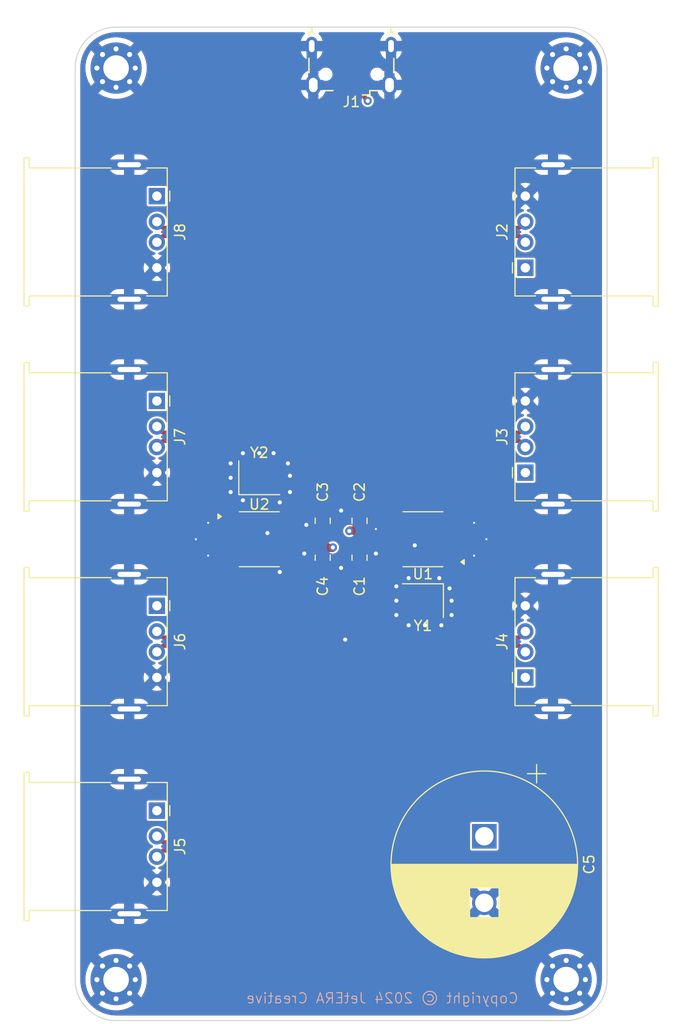
<source format=kicad_pcb>
(kicad_pcb (version 20240108) (generator "pcbnew") (generator_version "8.0")
  (layers (0 "F.Cu" signal) (1 "In1.Cu" signal) (2 "In2.Cu" signal) (31 "B.Cu" signal) (34 "B.Paste" user) (35 "F.Paste" user) (36 "B.SilkS" user "B.Silkscreen") (37 "F.SilkS" user "F.Silkscreen") (38 "B.Mask" user) (39 "F.Mask" user) (44 "Edge.Cuts" user))
  (net 0 "")
  (net 1 "GND")
  (net 2 "+5V")
  (net 3 "Net-(U2-3V3)")
  (net 4 "DU+")
  (net 5 "DU-")
  (net 6 "D4+")
  (net 7 "D4-")
  (net 8 "D5+")
  (net 9 "D5-")
  (net 10 "D6+")
  (net 11 "D6-")
  (net 12 "D7+")
  (net 13 "D7-")
  (net 14 "DU2+")
  (net 15 "DU2-")
  (net 16 "Net-(U2-XO)")
  (net 17 "Net-(U2-XI)")
  (net 19 "Net-(U1-3V3)")
  (net 20 "D1+")
  (net 21 "D1-")
  (net 22 "D2-")
  (net 23 "D2+")
  (net 24 "D3-")
  (net 25 "D3+")
  (net 26 "Net-(U1-XO)")
  (net 27 "Net-(U1-XI)")
  (footprint "MountingHole:MountingHole_2.5mm_Pad_Via" (layer "F.Cu") (at 62 104)
    (property "Reference" "H1" (hide yes))
    (property "Value" "MountingHole_Pad")
    (pad "1" thru_hole circle (at -1.875 0) (size 0.8 0.8) (drill 0.5) (layers "*.Cu" "*.Mask") (net 1 "GND"))
    (pad "1" thru_hole circle (at -1.325825 -1.325825) (size 0.8 0.8) (drill 0.5) (layers "*.Cu" "*.Mask") (net 1 "GND"))
    (pad "1" thru_hole circle (at -1.325825 1.325825) (size 0.8 0.8) (drill 0.5) (layers "*.Cu" "*.Mask") (net 1 "GND"))
    (pad "1" thru_hole circle (at 0 -1.875) (size 0.8 0.8) (drill 0.5) (layers "*.Cu" "*.Mask") (net 1 "GND"))
    (pad "1" thru_hole circle (at 0 0) (size 5 5) (drill 2.5) (layers "*.Cu" "*.Mask") (net 1 "GND"))
    (pad "1" thru_hole circle (at 0 1.875) (size 0.8 0.8) (drill 0.5) (layers "*.Cu" "*.Mask") (net 1 "GND"))
    (pad "1" thru_hole circle (at 1.325825 -1.325825) (size 0.8 0.8) (drill 0.5) (layers "*.Cu" "*.Mask") (net 1 "GND"))
    (pad "1" thru_hole circle (at 1.325825 1.325825) (size 0.8 0.8) (drill 0.5) (layers "*.Cu" "*.Mask") (net 1 "GND"))
    (pad "1" thru_hole circle (at 1.875 0) (size 0.8 0.8) (drill 0.5) (layers "*.Cu" "*.Mask") (net 1 "GND"))
  )
  (footprint "Package_SO:QSOP-16_3.9x4.9mm_P0.635mm" (layer "F.Cu") (at 76 150)
    (property "Reference" "U2" (at 0 -3.4 0) (layer "F.SilkS"))
    (property "Value" "CH334R")
    (pad "1" smd roundrect (at -2.6375 -2.2225) (size 1.625 0.4) (layers "F.Cu" "F.Paste" "F.Mask") (net 13 "D7-"))
    (pad "2" smd roundrect (at -2.6375 -1.5875) (size 1.625 0.4) (layers "F.Cu" "F.Paste" "F.Mask") (net 12 "D7+"))
    (pad "3" smd roundrect (at -2.6375 -0.9525) (size 1.625 0.4) (layers "F.Cu" "F.Paste" "F.Mask") (net 11 "D6-"))
    (pad "4" smd roundrect (at -2.6375 -0.3175) (size 1.625 0.4) (layers "F.Cu" "F.Paste" "F.Mask") (net 10 "D6+"))
    (pad "5" smd roundrect (at -2.6375 0.3175) (size 1.625 0.4) (layers "F.Cu" "F.Paste" "F.Mask") (net 9 "D5-"))
    (pad "6" smd roundrect (at -2.6375 0.9525) (size 1.625 0.4) (layers "F.Cu" "F.Paste" "F.Mask") (net 8 "D5+"))
    (pad "7" smd roundrect (at -2.6375 1.5875) (size 1.625 0.4) (layers "F.Cu" "F.Paste" "F.Mask") (net 7 "D4-"))
    (pad "8" smd roundrect (at -2.6375 2.2225) (size 1.625 0.4) (layers "F.Cu" "F.Paste" "F.Mask") (net 6 "D4+"))
    (pad "9" smd roundrect (at 2.6375 2.2225) (size 1.625 0.4) (layers "F.Cu" "F.Paste" "F.Mask"))
    (pad "10" smd roundrect (at 2.6375 1.5875) (size 1.625 0.4) (layers "F.Cu" "F.Paste" "F.Mask") (net 15 "DU2-"))
    (pad "11" smd roundrect (at 2.6375 0.9525) (size 1.625 0.4) (layers "F.Cu" "F.Paste" "F.Mask") (net 14 "DU2+"))
    (pad "12" smd roundrect (at 2.6375 0.3175) (size 1.625 0.4) (layers "F.Cu" "F.Paste" "F.Mask") (net 2 "+5V"))
    (pad "13" smd roundrect (at 2.6375 -0.3175) (size 1.625 0.4) (layers "F.Cu" "F.Paste" "F.Mask") (net 3 "Net-(U2-3V3)"))
    (pad "14" smd roundrect (at 2.6375 -0.9525) (size 1.625 0.4) (layers "F.Cu" "F.Paste" "F.Mask") (net 1 "GND"))
    (pad "15" smd roundrect (at 2.6375 -1.5875) (size 1.625 0.4) (layers "F.Cu" "F.Paste" "F.Mask") (net 16 "Net-(U2-XO)"))
    (pad "16" smd roundrect (at 2.6375 -2.2225) (size 1.625 0.4) (layers "F.Cu" "F.Paste" "F.Mask") (net 17 "Net-(U2-XI)"))
  )
  (footprint "Capacitor_THT:CP_Radial_D18.0mm_P7.50mm" (layer "F.Cu") (at 98 178 -90)
    (property "Reference" "C5" (at 3.75 -10.25 90) (layer "F.SilkS"))
    (property "Value" "47F")
    (pad "1" thru_hole rect (at 1 0 270) (size 2.4 2.4) (drill 1.8) (layers "*.Cu" "*.Mask") (net 2 "+5V"))
    (pad "2" thru_hole circle (at 7.5 0 270) (size 2.4 2.4) (drill 1.8) (layers "*.Cu" "*.Mask") (net 1 "GND"))
  )
  (footprint "Connector_USB:USB_A_Stewart_SS-52100-001_Horizontal" (layer "F.Cu") (at 102.01 143.5 90)
    (property "Reference" "J3" (at 3.5 -2.26 -90) (layer "F.SilkS"))
    (property "Value" "USB_A")
    (pad "1" thru_hole rect (at 0 0 90) (size 1.6 1.6) (drill 0.92) (layers "*.Cu" "*.Mask") (net 2 "+5V"))
    (pad "2" thru_hole circle (at 2.5 0 90) (size 1.6 1.6) (drill 0.92) (layers "*.Cu" "*.Mask") (net 22 "D2-"))
    (pad "3" thru_hole circle (at 4.5 0 90) (size 1.6 1.6) (drill 0.92) (layers "*.Cu" "*.Mask") (net 23 "D2+"))
    (pad "4" thru_hole circle (at 7 0 90) (size 1.6 1.6) (drill 0.92) (layers "*.Cu" "*.Mask") (net 1 "GND"))
    (pad "5" thru_hole oval (at -3.07 2.71 90) (size 1 3) (drill oval 0.5 2.3) (layers "*.Cu" "*.Mask") (net 1 "GND"))
    (pad "5" thru_hole oval (at 10.07 2.71 90) (size 1 3) (drill oval 0.5 2.3) (layers "*.Cu" "*.Mask") (net 1 "GND"))
  )
  (footprint "Connector_USB:USB_A_Stewart_SS-52100-001_Horizontal" (layer "F.Cu") (at 102.01 123.5 90)
    (property "Reference" "J2" (at 3.5 -2.26 -90) (layer "F.SilkS"))
    (property "Value" "USB_A")
    (pad "1" thru_hole rect (at 0 0 90) (size 1.6 1.6) (drill 0.92) (layers "*.Cu" "*.Mask") (net 2 "+5V"))
    (pad "2" thru_hole circle (at 2.5 0 90) (size 1.6 1.6) (drill 0.92) (layers "*.Cu" "*.Mask") (net 21 "D1-"))
    (pad "3" thru_hole circle (at 4.5 0 90) (size 1.6 1.6) (drill 0.92) (layers "*.Cu" "*.Mask") (net 20 "D1+"))
    (pad "4" thru_hole circle (at 7 0 90) (size 1.6 1.6) (drill 0.92) (layers "*.Cu" "*.Mask") (net 1 "GND"))
    (pad "5" thru_hole oval (at -3.07 2.71 90) (size 1 3) (drill oval 0.5 2.3) (layers "*.Cu" "*.Mask") (net 1 "GND"))
    (pad "5" thru_hole oval (at 10.07 2.71 90) (size 1 3) (drill oval 0.5 2.3) (layers "*.Cu" "*.Mask") (net 1 "GND"))
  )
  (footprint "MountingHole:MountingHole_2.5mm_Pad_Via" (layer "F.Cu") (at 62 193)
    (property "Reference" "H4" (hide yes))
    (property "Value" "MountingHole_Pad")
    (pad "1" thru_hole circle (at -1.875 0) (size 0.8 0.8) (drill 0.5) (layers "*.Cu" "*.Mask") (net 1 "GND"))
    (pad "1" thru_hole circle (at -1.325825 -1.325825) (size 0.8 0.8) (drill 0.5) (layers "*.Cu" "*.Mask") (net 1 "GND"))
    (pad "1" thru_hole circle (at -1.325825 1.325825) (size 0.8 0.8) (drill 0.5) (layers "*.Cu" "*.Mask") (net 1 "GND"))
    (pad "1" thru_hole circle (at 0 -1.875) (size 0.8 0.8) (drill 0.5) (layers "*.Cu" "*.Mask") (net 1 "GND"))
    (pad "1" thru_hole circle (at 0 0) (size 5 5) (drill 2.5) (layers "*.Cu" "*.Mask") (net 1 "GND"))
    (pad "1" thru_hole circle (at 0 1.875) (size 0.8 0.8) (drill 0.5) (layers "*.Cu" "*.Mask") (net 1 "GND"))
    (pad "1" thru_hole circle (at 1.325825 -1.325825) (size 0.8 0.8) (drill 0.5) (layers "*.Cu" "*.Mask") (net 1 "GND"))
    (pad "1" thru_hole circle (at 1.325825 1.325825) (size 0.8 0.8) (drill 0.5) (layers "*.Cu" "*.Mask") (net 1 "GND"))
    (pad "1" thru_hole circle (at 1.875 0) (size 0.8 0.8) (drill 0.5) (layers "*.Cu" "*.Mask") (net 1 "GND"))
  )
  (footprint "Connector_USB:USB_A_Stewart_SS-52100-001_Horizontal" (layer "F.Cu") (at 102.01 163.5 90)
    (property "Reference" "J4" (at 3.5 -2.26 -90) (layer "F.SilkS"))
    (property "Value" "USB_A")
    (pad "1" thru_hole rect (at 0 0 90) (size 1.6 1.6) (drill 0.92) (layers "*.Cu" "*.Mask") (net 2 "+5V"))
    (pad "2" thru_hole circle (at 2.5 0 90) (size 1.6 1.6) (drill 0.92) (layers "*.Cu" "*.Mask") (net 24 "D3-"))
    (pad "3" thru_hole circle (at 4.5 0 90) (size 1.6 1.6) (drill 0.92) (layers "*.Cu" "*.Mask") (net 25 "D3+"))
    (pad "4" thru_hole circle (at 7 0 90) (size 1.6 1.6) (drill 0.92) (layers "*.Cu" "*.Mask") (net 1 "GND"))
    (pad "5" thru_hole oval (at -3.07 2.71 90) (size 1 3) (drill oval 0.5 2.3) (layers "*.Cu" "*.Mask") (net 1 "GND"))
    (pad "5" thru_hole oval (at 10.07 2.71 90) (size 1 3) (drill oval 0.5 2.3) (layers "*.Cu" "*.Mask") (net 1 "GND"))
  )
  (footprint "Connector_USB:USB_A_Stewart_SS-52100-001_Horizontal" (layer "F.Cu") (at 65.99 136.5 -90)
    (property "Reference" "J7" (at 3.5 -2.26 90) (layer "F.SilkS"))
    (property "Value" "USB_A")
    (pad "1" thru_hole rect (at 0 0 270) (size 1.6 1.6) (drill 0.92) (layers "*.Cu" "*.Mask") (net 2 "+5V"))
    (pad "2" thru_hole circle (at 2.5 0 270) (size 1.6 1.6) (drill 0.92) (layers "*.Cu" "*.Mask") (net 11 "D6-"))
    (pad "3" thru_hole circle (at 4.5 0 270) (size 1.6 1.6) (drill 0.92) (layers "*.Cu" "*.Mask") (net 10 "D6+"))
    (pad "4" thru_hole circle (at 7 0 270) (size 1.6 1.6) (drill 0.92) (layers "*.Cu" "*.Mask") (net 1 "GND"))
    (pad "5" thru_hole oval (at -3.07 2.71 270) (size 1 3) (drill oval 0.5 2.3) (layers "*.Cu" "*.Mask") (net 1 "GND"))
    (pad "5" thru_hole oval (at 10.07 2.71 270) (size 1 3) (drill oval 0.5 2.3) (layers "*.Cu" "*.Mask") (net 1 "GND"))
  )
  (footprint "Connector_USB:USB_Micro-B_Wuerth_629105150521" (layer "F.Cu") (at 85.005 103.8 180)
    (property "Reference" "J1" (at 0 -3.5 180) (layer "F.SilkS"))
    (property "Value" "USB_B_Micro")
    (pad "" np_thru_hole oval (at -2.5 -0.8 180) (size 0.8 0.8) (drill 0.8) (layers "*.Cu" "*.Mask"))
    (pad "" np_thru_hole oval (at 2.5 -0.8 180) (size 0.8 0.8) (drill 0.8) (layers "*.Cu" "*.Mask"))
    (pad "1" smd rect (at -1.3 -1.9 180) (size 0.45 1.3) (layers "F.Cu" "F.Paste" "F.Mask") (net 2 "+5V"))
    (pad "2" smd rect (at -0.65 -1.9 180) (size 0.45 1.3) (layers "F.Cu" "F.Paste" "F.Mask") (net 5 "DU-"))
    (pad "3" smd rect (at 0 -1.9 180) (size 0.45 1.3) (layers "F.Cu" "F.Paste" "F.Mask") (net 4 "DU+"))
    (pad "4" smd rect (at 0.65 -1.9 180) (size 0.45 1.3) (layers "F.Cu" "F.Paste" "F.Mask"))
    (pad "5" smd rect (at 1.3 -1.9 180) (size 0.45 1.3) (layers "F.Cu" "F.Paste" "F.Mask") (net 1 "GND"))
    (pad "6" thru_hole oval (at -3.875 1.95 180) (size 1.15 1.8) (drill oval 0.55 1.2) (layers "*.Cu" "*.Mask") (net 1 "GND"))
    (pad "6" thru_hole oval (at -3.725 -1.85 180) (size 1.45 2) (drill oval 0.85 1.4) (layers "*.Cu" "*.Mask") (net 1 "GND"))
    (pad "6" thru_hole oval (at 3.725 -1.85 180) (size 1.45 2) (drill oval 0.85 1.4) (layers "*.Cu" "*.Mask") (net 1 "GND"))
    (pad "6" thru_hole oval (at 3.875 1.95 180) (size 1.15 1.8) (drill oval 0.55 1.2) (layers "*.Cu" "*.Mask") (net 1 "GND"))
  )
  (footprint "Connector_USB:USB_A_Stewart_SS-52100-001_Horizontal" (layer "F.Cu") (at 65.99 156.5 -90)
    (property "Reference" "J6" (at 3.5 -2.26 90) (layer "F.SilkS"))
    (property "Value" "USB_A")
    (pad "1" thru_hole rect (at 0 0 270) (size 1.6 1.6) (drill 0.92) (layers "*.Cu" "*.Mask") (net 2 "+5V"))
    (pad "2" thru_hole circle (at 2.5 0 270) (size 1.6 1.6) (drill 0.92) (layers "*.Cu" "*.Mask") (net 9 "D5-"))
    (pad "3" thru_hole circle (at 4.5 0 270) (size 1.6 1.6) (drill 0.92) (layers "*.Cu" "*.Mask") (net 8 "D5+"))
    (pad "4" thru_hole circle (at 7 0 270) (size 1.6 1.6) (drill 0.92) (layers "*.Cu" "*.Mask") (net 1 "GND"))
    (pad "5" thru_hole oval (at -3.07 2.71 270) (size 1 3) (drill oval 0.5 2.3) (layers "*.Cu" "*.Mask") (net 1 "GND"))
    (pad "5" thru_hole oval (at 10.07 2.71 270) (size 1 3) (drill oval 0.5 2.3) (layers "*.Cu" "*.Mask") (net 1 "GND"))
  )
  (footprint "Capacitor_SMD:C_0805_2012Metric" (layer "F.Cu") (at 85.8 148.2 90)
    (property "Reference" "C2" (at 2.8 0 -90) (layer "F.SilkS"))
    (property "Value" "4.7uF")
    (pad "1" smd roundrect (at -0.95 0 90) (size 1 1.45) (layers "F.Cu" "F.Paste" "F.Mask") (net 2 "+5V"))
    (pad "2" smd roundrect (at 0.95 0 90) (size 1 1.45) (layers "F.Cu" "F.Paste" "F.Mask") (net 1 "GND"))
  )
  (footprint "MountingHole:MountingHole_2.5mm_Pad_Via" (layer "F.Cu") (at 106 193)
    (property "Reference" "H3" (hide yes))
    (property "Value" "MountingHole_Pad")
    (pad "1" thru_hole circle (at -1.875 0) (size 0.8 0.8) (drill 0.5) (layers "*.Cu" "*.Mask") (net 1 "GND"))
    (pad "1" thru_hole circle (at -1.325825 -1.325825) (size 0.8 0.8) (drill 0.5) (layers "*.Cu" "*.Mask") (net 1 "GND"))
    (pad "1" thru_hole circle (at -1.325825 1.325825) (size 0.8 0.8) (drill 0.5) (layers "*.Cu" "*.Mask") (net 1 "GND"))
    (pad "1" thru_hole circle (at 0 -1.875) (size 0.8 0.8) (drill 0.5) (layers "*.Cu" "*.Mask") (net 1 "GND"))
    (pad "1" thru_hole circle (at 0 0) (size 5 5) (drill 2.5) (layers "*.Cu" "*.Mask") (net 1 "GND"))
    (pad "1" thru_hole circle (at 0 1.875) (size 0.8 0.8) (drill 0.5) (layers "*.Cu" "*.Mask") (net 1 "GND"))
    (pad "1" thru_hole circle (at 1.325825 -1.325825) (size 0.8 0.8) (drill 0.5) (layers "*.Cu" "*.Mask") (net 1 "GND"))
    (pad "1" thru_hole circle (at 1.325825 1.325825) (size 0.8 0.8) (drill 0.5) (layers "*.Cu" "*.Mask") (net 1 "GND"))
    (pad "1" thru_hole circle (at 1.875 0) (size 0.8 0.8) (drill 0.5) (layers "*.Cu" "*.Mask") (net 1 "GND"))
  )
  (footprint "Capacitor_SMD:C_0805_2012Metric" (layer "F.Cu") (at 82.2 148.2 90)
    (property "Reference" "C3" (at 2.8 0 -90) (layer "F.SilkS"))
    (property "Value" "4.7uF")
    (pad "1" smd roundrect (at -0.95 0 90) (size 1 1.45) (layers "F.Cu" "F.Paste" "F.Mask") (net 3 "Net-(U2-3V3)"))
    (pad "2" smd roundrect (at 0.95 0 90) (size 1 1.45) (layers "F.Cu" "F.Paste" "F.Mask") (net 1 "GND"))
  )
  (footprint "Connector_USB:USB_A_Stewart_SS-52100-001_Horizontal" (layer "F.Cu") (at 65.99 176.5 -90)
    (property "Reference" "J5" (at 3.5 -2.26 90) (layer "F.SilkS"))
    (property "Value" "USB_A")
    (pad "1" thru_hole rect (at 0 0 270) (size 1.6 1.6) (drill 0.92) (layers "*.Cu" "*.Mask") (net 2 "+5V"))
    (pad "2" thru_hole circle (at 2.5 0 270) (size 1.6 1.6) (drill 0.92) (layers "*.Cu" "*.Mask") (net 7 "D4-"))
    (pad "3" thru_hole circle (at 4.5 0 270) (size 1.6 1.6) (drill 0.92) (layers "*.Cu" "*.Mask") (net 6 "D4+"))
    (pad "4" thru_hole circle (at 7 0 270) (size 1.6 1.6) (drill 0.92) (layers "*.Cu" "*.Mask") (net 1 "GND"))
    (pad "5" thru_hole oval (at -3.07 2.71 270) (size 1 3) (drill oval 0.5 2.3) (layers "*.Cu" "*.Mask") (net 1 "GND"))
    (pad "5" thru_hole oval (at 10.07 2.71 270) (size 1 3) (drill oval 0.5 2.3) (layers "*.Cu" "*.Mask") (net 1 "GND"))
  )
  (footprint "Package_SO:QSOP-16_3.9x4.9mm_P0.635mm" (layer "F.Cu") (at 92 150 180)
    (property "Reference" "U1" (at 0 -3.4 180) (layer "F.SilkS"))
    (property "Value" "CH334R")
    (pad "1" smd roundrect (at -2.6375 -2.2225 180) (size 1.625 0.4) (layers "F.Cu" "F.Paste" "F.Mask") (net 15 "DU2-"))
    (pad "2" smd roundrect (at -2.6375 -1.5875 180) (size 1.625 0.4) (layers "F.Cu" "F.Paste" "F.Mask") (net 14 "DU2+"))
    (pad "3" smd roundrect (at -2.6375 -0.9525 180) (size 1.625 0.4) (layers "F.Cu" "F.Paste" "F.Mask") (net 24 "D3-"))
    (pad "4" smd roundrect (at -2.6375 -0.3175 180) (size 1.625 0.4) (layers "F.Cu" "F.Paste" "F.Mask") (net 25 "D3+"))
    (pad "5" smd roundrect (at -2.6375 0.3175 180) (size 1.625 0.4) (layers "F.Cu" "F.Paste" "F.Mask") (net 22 "D2-"))
    (pad "6" smd roundrect (at -2.6375 0.9525 180) (size 1.625 0.4) (layers "F.Cu" "F.Paste" "F.Mask") (net 23 "D2+"))
    (pad "7" smd roundrect (at -2.6375 1.5875 180) (size 1.625 0.4) (layers "F.Cu" "F.Paste" "F.Mask") (net 21 "D1-"))
    (pad "8" smd roundrect (at -2.6375 2.2225 180) (size 1.625 0.4) (layers "F.Cu" "F.Paste" "F.Mask") (net 20 "D1+"))
    (pad "9" smd roundrect (at 2.6375 2.2225 180) (size 1.625 0.4) (layers "F.Cu" "F.Paste" "F.Mask"))
    (pad "10" smd roundrect (at 2.6375 1.5875 180) (size 1.625 0.4) (layers "F.Cu" "F.Paste" "F.Mask") (net 5 "DU-"))
    (pad "11" smd roundrect (at 2.6375 0.9525 180) (size 1.625 0.4) (layers "F.Cu" "F.Paste" "F.Mask") (net 4 "DU+"))
    (pad "12" smd roundrect (at 2.6375 0.3175 180) (size 1.625 0.4) (layers "F.Cu" "F.Paste" "F.Mask") (net 2 "+5V"))
    (pad "13" smd roundrect (at 2.6375 -0.3175 180) (size 1.625 0.4) (layers "F.Cu" "F.Paste" "F.Mask") (net 19 "Net-(U1-3V3)"))
    (pad "14" smd roundrect (at 2.6375 -0.9525 180) (size 1.625 0.4) (layers "F.Cu" "F.Paste" "F.Mask") (net 1 "GND"))
    (pad "15" smd roundrect (at 2.6375 -1.5875 180) (size 1.625 0.4) (layers "F.Cu" "F.Paste" "F.Mask") (net 26 "Net-(U1-XO)"))
    (pad "16" smd roundrect (at 2.6375 -2.2225 180) (size 1.625 0.4) (layers "F.Cu" "F.Paste" "F.Mask") (net 27 "Net-(U1-XI)"))
  )
  (footprint "Crystal:Crystal_SMD_3225-4Pin_3.2x2.5mm" (layer "F.Cu") (at 76 144)
    (property "Reference" "Y2" (at 0 -2.45 0) (layer "F.SilkS"))
    (property "Value" "12MHz")
    (pad "1" smd rect (at -1.1 0.85) (size 1.4 1.2) (layers "F.Cu" "F.Paste" "F.Mask") (net 16 "Net-(U2-XO)"))
    (pad "2" smd rect (at 1.1 0.85) (size 1.4 1.2) (layers "F.Cu" "F.Paste" "F.Mask") (net 1 "GND"))
    (pad "3" smd rect (at 1.1 -0.85) (size 1.4 1.2) (layers "F.Cu" "F.Paste" "F.Mask") (net 17 "Net-(U2-XI)"))
    (pad "4" smd rect (at -1.1 -0.85) (size 1.4 1.2) (layers "F.Cu" "F.Paste" "F.Mask") (net 1 "GND"))
  )
  (footprint "MountingHole:MountingHole_2.5mm_Pad_Via" (layer "F.Cu") (at 106 104)
    (property "Reference" "H2" (hide yes))
    (property "Value" "MountingHole_Pad")
    (pad "1" thru_hole circle (at -1.875 0) (size 0.8 0.8) (drill 0.5) (layers "*.Cu" "*.Mask") (net 1 "GND"))
    (pad "1" thru_hole circle (at -1.325825 -1.325825) (size 0.8 0.8) (drill 0.5) (layers "*.Cu" "*.Mask") (net 1 "GND"))
    (pad "1" thru_hole circle (at -1.325825 1.325825) (size 0.8 0.8) (drill 0.5) (layers "*.Cu" "*.Mask") (net 1 "GND"))
    (pad "1" thru_hole circle (at 0 -1.875) (size 0.8 0.8) (drill 0.5) (layers "*.Cu" "*.Mask") (net 1 "GND"))
    (pad "1" thru_hole circle (at 0 0) (size 5 5) (drill 2.5) (layers "*.Cu" "*.Mask") (net 1 "GND"))
    (pad "1" thru_hole circle (at 0 1.875) (size 0.8 0.8) (drill 0.5) (layers "*.Cu" "*.Mask") (net 1 "GND"))
    (pad "1" thru_hole circle (at 1.325825 -1.325825) (size 0.8 0.8) (drill 0.5) (layers "*.Cu" "*.Mask") (net 1 "GND"))
    (pad "1" thru_hole circle (at 1.325825 1.325825) (size 0.8 0.8) (drill 0.5) (layers "*.Cu" "*.Mask") (net 1 "GND"))
    (pad "1" thru_hole circle (at 1.875 0) (size 0.8 0.8) (drill 0.5) (layers "*.Cu" "*.Mask") (net 1 "GND"))
  )
  (footprint "Capacitor_SMD:C_0805_2012Metric" (layer "F.Cu") (at 82.2 151.8 -90)
    (property "Reference" "C4" (at 2.8 0 90) (layer "F.SilkS"))
    (property "Value" "4.7uF")
    (pad "1" smd roundrect (at -0.95 0 270) (size 1 1.45) (layers "F.Cu" "F.Paste" "F.Mask") (net 2 "+5V"))
    (pad "2" smd roundrect (at 0.95 0 270) (size 1 1.45) (layers "F.Cu" "F.Paste" "F.Mask") (net 1 "GND"))
  )
  (footprint "Crystal:Crystal_SMD_3225-4Pin_3.2x2.5mm" (layer "F.Cu") (at 92 156 180)
    (property "Reference" "Y1" (at 0 -2.45 180) (layer "F.SilkS"))
    (property "Value" "12MHz")
    (pad "1" smd rect (at -1.1 0.85 180) (size 1.4 1.2) (layers "F.Cu" "F.Paste" "F.Mask") (net 26 "Net-(U1-XO)"))
    (pad "2" smd rect (at 1.1 0.85 180) (size 1.4 1.2) (layers "F.Cu" "F.Paste" "F.Mask") (net 1 "GND"))
    (pad "3" smd rect (at 1.1 -0.85 180) (size 1.4 1.2) (layers "F.Cu" "F.Paste" "F.Mask") (net 27 "Net-(U1-XI)"))
    (pad "4" smd rect (at -1.1 -0.85 180) (size 1.4 1.2) (layers "F.Cu" "F.Paste" "F.Mask") (net 1 "GND"))
  )
  (footprint "Capacitor_SMD:C_0805_2012Metric" (layer "F.Cu") (at 85.8 151.8 -90)
    (property "Reference" "C1" (at 2.8 0 90) (layer "F.SilkS"))
    (property "Value" "4.7uF")
    (pad "1" smd roundrect (at -0.95 0 270) (size 1 1.45) (layers "F.Cu" "F.Paste" "F.Mask") (net 19 "Net-(U1-3V3)"))
    (pad "2" smd roundrect (at 0.95 0 270) (size 1 1.45) (layers "F.Cu" "F.Paste" "F.Mask") (net 1 "GND"))
  )
  (footprint "Connector_USB:USB_A_Stewart_SS-52100-001_Horizontal" (layer "F.Cu") (at 65.99 116.5 -90)
    (property "Reference" "J8" (at 3.5 -2.26 90) (layer "F.SilkS"))
    (property "Value" "USB_A")
    (pad "1" thru_hole rect (at 0 0 270) (size 1.6 1.6) (drill 0.92) (layers "*.Cu" "*.Mask") (net 2 "+5V"))
    (pad "2" thru_hole circle (at 2.5 0 270) (size 1.6 1.6) (drill 0.92) (layers "*.Cu" "*.Mask") (net 13 "D7-"))
    (pad "3" thru_hole circle (at 4.5 0 270) (size 1.6 1.6) (drill 0.92) (layers "*.Cu" "*.Mask") (net 12 "D7+"))
    (pad "4" thru_hole circle (at 7 0 270) (size 1.6 1.6) (drill 0.92) (layers "*.Cu" "*.Mask") (net 1 "GND"))
    (pad "5" thru_hole oval (at -3.07 2.71 270) (size 1 3) (drill oval 0.5 2.3) (layers "*.Cu" "*.Mask") (net 1 "GND"))
    (pad "5" thru_hole oval (at 10.07 2.71 270) (size 1 3) (drill oval 0.5 2.3) (layers "*.Cu" "*.Mask") (net 1 "GND"))
  )
  (gr_arc (start 58 104) (mid 59.171573 101.171573) (end 62 100) (stroke (width 0.1)) (layer "Edge.Cuts"))
  (gr_line (start 110 104) (end 110 193) (stroke (width 0.1)) (layer "Edge.Cuts"))
  (gr_arc (start 62 197) (mid 59.171573 195.828427) (end 58 193) (stroke (width 0.1)) (layer "Edge.Cuts"))
  (gr_arc (start 110 193) (mid 108.828427 195.828427) (end 106 197) (stroke (width 0.1)) (layer "Edge.Cuts"))
  (gr_line (start 62 100) (end 106 100) (stroke (width 0.1)) (layer "Edge.Cuts"))
  (gr_arc (start 106 100) (mid 108.828427 101.171573) (end 110 104) (stroke (width 0.1)) (layer "Edge.Cuts"))
  (gr_line (start 106 197) (end 62 197) (stroke (width 0.1)) (layer "Edge.Cuts"))
  (gr_line (start 58 193) (end 58 104) (stroke (width 0.1)) (layer "Edge.Cuts"))
  (gr_text "Copyright © 2024 JetERA Creative" (at 101.4 195.4 0) (layer "B.SilkS") (effects (font (size 1 1) (thickness 0.1)) (justify left bottom mirror)))
  (via (at 89.4 156) (size 0.8) (drill 0.4) (layers "F.Cu" "B.Cu") (net 1))
  (via (at 98.2 150) (size 0.4) (drill 0.2) (layers "F.Cu" "B.Cu") (net 1))
  (via (at 84 147.2) (size 0.8) (drill 0.4) (layers "F.Cu" "B.Cu") (net 1))
  (via (at 94.8 156) (size 0.8) (drill 0.4) (layers "F.Cu" "B.Cu") (net 1))
  (via (at 90.6 158.4) (size 0.8) (drill 0.4) (layers "F.Cu" "B.Cu") (net 1))
  (via (at 78.8 142.6) (size 0.8) (drill 0.4) (layers "F.Cu" "B.Cu") (net 1))
  (via (at 94.8 157.4) (size 0.8) (drill 0.4) (layers "F.Cu" "B.Cu") (net 1))
  (via (at 93.8 158.4) (size 0.8) (drill 0.4) (layers "F.Cu" "B.Cu") (net 1))
  (via (at 71 148.4) (size 0.4) (drill 0.2) (layers "F.Cu" "B.Cu") (net 1))
  (via (at 91.2 150.6) (size 0.8) (drill 0.4) (layers "F.Cu" "B.Cu") (net 1))
  (via (at 69.8 150) (size 0.4) (drill 0.2) (layers "F.Cu" "B.Cu") (net 1))
  (via (at 84 152.8) (size 0.8) (drill 0.4) (layers "F.Cu" "B.Cu") (net 1))
  (via (at 76 141.6) (size 0.8) (drill 0.4) (layers "F.Cu" "B.Cu") (net 1))
  (via (at 79 145.4) (size 0.8) (drill 0.4) (layers "F.Cu" "B.Cu") (net 1))
  (via (at 79 143.8) (size 0.8) (drill 0.4) (layers "F.Cu" "B.Cu") (net 1))
  (via (at 80.6 148.6) (size 0.8) (drill 0.4) (layers "F.Cu" "B.Cu") (net 1))
  (via (at 87.4 149) (size 0.4) (drill 0.2) (layers "F.Cu" "B.Cu") (net 1))
  (via (at 78 146.4) (size 0.8) (drill 0.4) (layers "F.Cu" "B.Cu") (net 1))
  (via (at 73.2 142.6) (size 0.8) (drill 0.4) (layers "F.Cu" "B.Cu") (net 1))
  (via (at 73.2 144) (size 0.8) (drill 0.4) (layers "F.Cu" "B.Cu") (net 1))
  (via (at 89.4 154.6) (size 0.8) (drill 0.4) (layers "F.Cu" "B.Cu") (net 1))
  (via (at 74.4 146.2) (size 0.8) (drill 0.4) (layers "F.Cu" "B.Cu") (net 1))
  (via (at 90.6 153.8) (size 0.8) (drill 0.4) (layers "F.Cu" "B.Cu") (net 1))
  (via (at 84.4 159.8) (size 0.8) (drill 0.4) (layers "F.Cu" "B.Cu") (net 1))
  (via (at 97 148.4) (size 0.4) (drill 0.2) (layers "F.Cu" "B.Cu") (net 1))
  (via (at 71 151.6) (size 0.4) (drill 0.2) (layers "F.Cu" "B.Cu") (net 1))
  (via (at 80.4 151.4) (size 0.8) (drill 0.4) (layers "F.Cu" "B.Cu") (net 1))
  (via (at 73.2 145.4) (size 0.8) (drill 0.4) (layers "F.Cu" "B.Cu") (net 1))
  (via (at 77.4 141.6) (size 0.8) (drill 0.4) (layers "F.Cu" "B.Cu") (net 1))
  (via (at 93.6 153.8) (size 0.8) (drill 0.4) (layers "F.Cu" "B.Cu") (net 1))
  (via (at 76.8 149.4) (size 0.8) (drill 0.4) (layers "F.Cu" "B.Cu") (net 1))
  (via (at 89.4 157.4) (size 0.8) (drill 0.4) (layers "F.Cu" "B.Cu") (net 1))
  (via (at 87.4 151.4) (size 0.8) (drill 0.4) (layers "F.Cu" "B.Cu") (net 1))
  (via (at 97 151.6) (size 0.4) (drill 0.2) (layers "F.Cu" "B.Cu") (net 1))
  (via (at 92.2 158.4) (size 0.8) (drill 0.4) (layers "F.Cu" "B.Cu") (net 1))
  (via (at 74.4 141.6) (size 0.8) (drill 0.4) (layers "F.Cu" "B.Cu") (net 1))
  (via (at 78 153.2) (size 0.8) (drill 0.4) (layers "F.Cu" "B.Cu") (net 1))
  (via (at 94.6 154.8) (size 0.8) (drill 0.4) (layers "F.Cu" "B.Cu") (net 1))
  (segment (start 86.3325 149.6825) (end 85.8 149.15) (width 0.4) (layer "F.Cu") (net 2))
  (segment (start 78.6375 150.3175) (end 81.6675 150.3175) (width 0.4) (layer "F.Cu") (net 2))
  (segment (start 86.305 105.7) (end 86.305 106.905) (width 0.4) (layer "F.Cu") (net 2))
  (segment (start 86.305 106.905) (end 86.6 107.2) (width 0.4) (layer "F.Cu") (net 2))
  (segment (start 81.6675 150.3175) (end 82.2 150.85) (width 0.4) (layer "F.Cu") (net 2))
  (segment (start 85.8 149.15) (end 84.85 149.15) (width 0.8) (layer "F.Cu") (net 2))
  (segment (start 82.2 150.85) (end 83.15 150.85) (width 0.8) (layer "F.Cu") (net 2))
  (segment (start 89.3625 149.6825) (end 86.3325 149.6825) (width 0.4) (layer "F.Cu") (net 2))
  (segment (start 84.85 149.15) (end 84.8 149.2) (width 0.8) (layer "F.Cu") (net 2))
  (segment (start 83.15 150.85) (end 83.2 150.8) (width 0.8) (layer "F.Cu") (net 2))
  (via (at 86.6 107.2) (size 0.8) (drill 0.4) (layers "F.Cu" "B.Cu") (net 2))
  (via (at 83.2 150.8) (size 0.8) (drill 0.4) (layers "F.Cu" "B.Cu") (net 2))
  (via (at 84.8 149.2) (size 0.8) (drill 0.4) (layers "F.Cu" "B.Cu") (net 2))
  (segment (start 78.6375 149.6825) (end 81.6675 149.6825) (width 0.4) (layer "F.Cu") (net 3))
  (segment (start 81.6675 149.6825) (end 82.2 149.15) (width 0.4) (layer "F.Cu") (net 3))
  (segment (start 85.1 122.807106) (end 87.7 125.407106) (width 0.3) (layer "F.Cu") (net 4))
  (segment (start 85.005 105.7) (end 85.005 106.605) (width 0.3) (layer "F.Cu") (net 4))
  (segment (start 88.473726 149.0475) (end 89.3625 149.0475) (width 0.3) (layer "F.Cu") (net 4))
  (segment (start 87.7 148.273774) (end 88.473726 149.0475) (width 0.3) (layer "F.Cu") (net 4))
  (segment (start 85.005 106.605) (end 85.1 106.7) (width 0.3) (layer "F.Cu") (net 4))
  (segment (start 87.7 125.407106) (end 87.7 148.273774) (width 0.3) (layer "F.Cu") (net 4))
  (segment (start 85.1 106.7) (end 85.1 122.807106) (width 0.3) (layer "F.Cu") (net 4))
  (segment (start 85.655 105.7) (end 85.6 105.755) (width 0.3) (layer "F.Cu") (net 5))
  (segment (start 85.6 105.755) (end 85.6 122.6) (width 0.3) (layer "F.Cu") (net 5))
  (segment (start 88.2 148.066668) (end 88.545832 148.4125) (width 0.3) (layer "F.Cu") (net 5))
  (segment (start 88.2 125.2) (end 88.2 148.066668) (width 0.3) (layer "F.Cu") (net 5))
  (segment (start 85.6 122.6) (end 88.2 125.2) (width 0.3) (layer "F.Cu") (net 5))
  (segment (start 88.545832 148.4125) (end 89.3625 148.4125) (width 0.3) (layer "F.Cu") (net 5))
  (segment (start 71.6 178) (end 71.6 152.848528) (width 0.4) (layer "F.Cu") (net 6))
  (segment (start 72.226028 152.2225) (end 73.3625 152.2225) (width 0.4) (layer "F.Cu") (net 6))
  (segment (start 69.2 180.4) (end 71.6 178) (width 0.4) (layer "F.Cu") (net 6))
  (segment (start 71.6 152.848528) (end 72.226028 152.2225) (width 0.4) (layer "F.Cu") (net 6))
  (segment (start 65.99 181) (end 66.59 180.4) (width 0.4) (layer "F.Cu") (net 6))
  (segment (start 66.59 180.4) (end 69.2 180.4) (width 0.4) (layer "F.Cu") (net 6))
  (segment (start 69.151472 179.6) (end 71 177.751472) (width 0.4) (layer "F.Cu") (net 7))
  (segment (start 66.59 179.6) (end 69.151472 179.6) (width 0.4) (layer "F.Cu") (net 7))
  (segment (start 72.0125 151.5875) (end 73.3625 151.5875) (width 0.4) (layer "F.Cu") (net 7))
  (segment (start 71 152.6) (end 72.0125 151.5875) (width 0.4) (layer "F.Cu") (net 7))
  (segment (start 71 177.751472) (end 71 152.6) (width 0.4) (layer "F.Cu") (net 7))
  (segment (start 65.99 179) (end 66.59 179.6) (width 0.4) (layer "F.Cu") (net 7))
  (segment (start 68.248528 160.4) (end 69.6 159.048528) (width 0.4) (layer "F.Cu") (net 8))
  (segment (start 65.99 161) (end 66.59 160.4) (width 0.4) (layer "F.Cu") (net 8))
  (segment (start 70.6475 150.9525) (end 73.3625 150.9525) (width 0.4) (layer "F.Cu") (net 8))
  (segment (start 66.59 160.4) (end 68.248528 160.4) (width 0.4) (layer "F.Cu") (net 8))
  (segment (start 69.6 152) (end 70.6475 150.9525) (width 0.4) (layer "F.Cu") (net 8))
  (segment (start 69.6 159.048528) (end 69.6 152) (width 0.4) (layer "F.Cu") (net 8))
  (segment (start 69 158.8) (end 68.2 159.6) (width 0.4) (layer "F.Cu") (net 9))
  (segment (start 69 151.751472) (end 69 158.8) (width 0.4) (layer "F.Cu") (net 9))
  (segment (start 68.2 159.6) (end 66.59 159.6) (width 0.4) (layer "F.Cu") (net 9))
  (segment (start 73.3625 150.3175) (end 70.433972 150.3175) (width 0.4) (layer "F.Cu") (net 9))
  (segment (start 66.59 159.6) (end 65.99 159) (width 0.4) (layer "F.Cu") (net 9))
  (segment (start 70.433972 150.3175) (end 69 151.751472) (width 0.4) (layer "F.Cu") (net 9))
  (segment (start 65.99 141) (end 66.59 140.4) (width 0.4) (layer "F.Cu") (net 10))
  (segment (start 66.59 140.4) (end 67.951472 140.4) (width 0.4) (layer "F.Cu") (net 10))
  (segment (start 67.951472 140.4) (end 69 141.448528) (width 0.4) (layer "F.Cu") (net 10))
  (segment (start 70.433972 149.6825) (end 73.3625 149.6825) (width 0.4) (layer "F.Cu") (net 10))
  (segment (start 69 141.448528) (end 69 148.248528) (width 0.4) (layer "F.Cu") (net 10))
  (segment (start 69 148.248528) (end 70.433972 149.6825) (width 0.4) (layer "F.Cu") (net 10))
  (segment (start 66.59 139.6) (end 68 139.6) (width 0.4) (layer "F.Cu") (net 11))
  (segment (start 69.6 148) (end 70.6475 149.0475) (width 0.4) (layer "F.Cu") (net 11))
  (segment (start 70.6475 149.0475) (end 73.3625 149.0475) (width 0.4) (layer "F.Cu") (net 11))
  (segment (start 68 139.6) (end 69.6 141.2) (width 0.4) (layer "F.Cu") (net 11))
  (segment (start 69.6 141.2) (end 69.6 148) (width 0.4) (layer "F.Cu") (net 11))
  (segment (start 65.99 139) (end 66.59 139.6) (width 0.4) (layer "F.Cu") (net 11))
  (segment (start 71 122.448528) (end 68.951472 120.4) (width 0.4) (layer "F.Cu") (net 12))
  (segment (start 71.963972 148.4125) (end 71 147.448528) (width 0.4) (layer "F.Cu") (net 12))
  (segment (start 66.59 120.4) (end 65.99 121) (width 0.4) (layer "F.Cu") (net 12))
  (segment (start 73.3625 148.4125) (end 71.963972 148.4125) (width 0.4) (layer "F.Cu") (net 12))
  (segment (start 68.951472 120.4) (end 66.59 120.4) (width 0.4) (layer "F.Cu") (net 12))
  (segment (start 71 147.448528) (end 71 122.448528) (width 0.4) (layer "F.Cu") (net 12))
  (segment (start 66.59 119.6) (end 65.99 119) (width 0.4) (layer "F.Cu") (net 13))
  (segment (start 69 119.6) (end 66.59 119.6) (width 0.4) (layer "F.Cu") (net 13))
  (segment (start 71.6 122.2) (end 69 119.6) (width 0.4) (layer "F.Cu") (net 13))
  (segment (start 72.1775 147.7775) (end 71.6 147.2) (width 0.4) (layer "F.Cu") (net 13))
  (segment (start 71.6 147.2) (end 71.6 122.2) (width 0.4) (layer "F.Cu") (net 13))
  (segment (start 73.3625 147.7775) (end 72.1775 147.7775) (width 0.4) (layer "F.Cu") (net 13))
  (segment (start 95.836028 151.5875) (end 94.6375 151.5875) (width 0.4) (layer "F.Cu") (net 14))
  (segment (start 96.8 158.648528) (end 96.8 152.551472) (width 0.4) (layer "F.Cu") (net 14))
  (segment (start 96.8 152.551472) (end 95.836028 151.5875) (width 0.4) (layer "F.Cu") (net 14))
  (segment (start 77.536594 150.9525) (end 76.4 152.089094) (width 0.4) (layer "F.Cu") (net 14))
  (segment (start 94.048528 161.4) (end 96.8 158.648528) (width 0.4) (layer "F.Cu") (net 14))
  (segment (start 76.4 154.048528) (end 83.751472 161.4) (width 0.4) (layer "F.Cu") (net 14))
  (segment (start 76.4 152.089094) (end 76.4 154.048528) (width 0.4) (layer "F.Cu") (net 14))
  (segment (start 78.6375 150.9525) (end 77.536594 150.9525) (width 0.4) (layer "F.Cu") (net 14))
  (segment (start 83.751472 161.4) (end 94.048528 161.4) (width 0.4) (layer "F.Cu") (net 14))
  (segment (start 93.8 160.8) (end 96.2 158.4) (width 0.4) (layer "F.Cu") (net 15))
  (segment (start 84 160.8) (end 93.8 160.8) (width 0.4) (layer "F.Cu") (net 15))
  (segment (start 96.2 152.8) (end 95.6225 152.2225) (width 0.4) (layer "F.Cu") (net 15))
  (segment (start 95.6225 152.2225) (end 94.6375 152.2225) (width 0.4) (layer "F.Cu") (net 15))
  (segment (start 96.2 158.4) (end 96.2 152.8) (width 0.4) (layer "F.Cu") (net 15))
  (segment (start 77 152.337622) (end 77 153.8) (width 0.4) (layer "F.Cu") (net 15))
  (segment (start 78.6375 151.5875) (end 77.750122 151.5875) (width 0.4) (layer "F.Cu") (net 15))
  (segment (start 77 153.8) (end 84 160.8) (width 0.4) (layer "F.Cu") (net 15))
  (segment (start 77.750122 151.5875) (end 77 152.337622) (width 0.4) (layer "F.Cu") (net 15))
  (segment (start 74.9 144.85) (end 75.4 145.35) (width 0.4) (layer "F.Cu") (net 16))
  (segment (start 75.4 146.448528) (end 77.363972 148.4125) (width 0.4) (layer "F.Cu") (net 16))
  (segment (start 77.363972 148.4125) (end 78.6375 148.4125) (width 0.4) (layer "F.Cu") (net 16))
  (segment (start 75.4 145.35) (end 75.4 146.448528) (width 0.4) (layer "F.Cu") (net 16))
  (segment (start 76 144) (end 76.85 143.15) (width 0.4) (layer "F.Cu") (net 17))
  (segment (start 76.85 143.15) (end 77.1 143.15) (width 0.4) (layer "F.Cu") (net 17))
  (segment (start 77.5775 147.7775) (end 76 146.2) (width 0.4) (layer "F.Cu") (net 17))
  (segment (start 78.6375 147.7775) (end 77.5775 147.7775) (width 0.4) (layer "F.Cu") (net 17))
  (segment (start 76 146.2) (end 76 144) (width 0.4) (layer "F.Cu") (net 17))
  (segment (start 89.3625 150.3175) (end 86.3325 150.3175) (width 0.4) (layer "F.Cu") (net 19))
  (segment (start 86.3325 150.3175) (end 85.8 150.85) (width 0.4) (layer "F.Cu") (net 19))
  (segment (start 101.41 119.6) (end 98.8 119.6) (width 0.4) (layer "F.Cu") (net 20))
  (segment (start 95.773972 147.7775) (end 94.6375 147.7775) (width 0.4) (layer "F.Cu") (net 20))
  (segment (start 102.01 119) (end 101.41 119.6) (width 0.4) (layer "F.Cu") (net 20))
  (segment (start 98.8 119.6) (end 96.4 122) (width 0.4) (layer "F.Cu") (net 20))
  (segment (start 96.4 122) (end 96.4 147.151472) (width 0.4) (layer "F.Cu") (net 20))
  (segment (start 96.4 147.151472) (end 95.773972 147.7775) (width 0.4) (layer "F.Cu") (net 20))
  (segment (start 98.848528 120.4) (end 97 122.248528) (width 0.4) (layer "F.Cu") (net 21))
  (segment (start 101.41 120.4) (end 98.848528 120.4) (width 0.4) (layer "F.Cu") (net 21))
  (segment (start 102.01 121) (end 101.41 120.4) (width 0.4) (layer "F.Cu") (net 21))
  (segment (start 97 122.248528) (end 97 147.4) (width 0.4) (layer "F.Cu") (net 21))
  (segment (start 97 147.4) (end 95.9875 148.4125) (width 0.4) (layer "F.Cu") (net 21))
  (segment (start 95.9875 148.4125) (end 94.6375 148.4125) (width 0.4) (layer "F.Cu") (net 21))
  (segment (start 99 148.248528) (end 99 141.2) (width 0.4) (layer "F.Cu") (net 22))
  (segment (start 101.41 140.4) (end 102.01 141) (width 0.4) (layer "F.Cu") (net 22))
  (segment (start 97.566028 149.6825) (end 99 148.248528) (width 0.4) (layer "F.Cu") (net 22))
  (segment (start 99 141.2) (end 99.8 140.4) (width 0.4) (layer "F.Cu") (net 22))
  (segment (start 94.6375 149.6825) (end 97.566028 149.6825) (width 0.4) (layer "F.Cu") (net 22))
  (segment (start 99.8 140.4) (end 101.41 140.4) (width 0.4) (layer "F.Cu") (net 22))
  (segment (start 98.4 148) (end 97.3525 149.0475) (width 0.4) (layer "F.Cu") (net 23))
  (segment (start 98.4 140.951472) (end 98.4 148) (width 0.4) (layer "F.Cu") (net 23))
  (segment (start 102.01 139) (end 101.41 139.6) (width 0.4) (layer "F.Cu") (net 23))
  (segment (start 101.41 139.6) (end 99.751472 139.6) (width 0.4) (layer "F.Cu") (net 23))
  (segment (start 99.751472 139.6) (end 98.4 140.951472) (width 0.4) (layer "F.Cu") (net 23))
  (segment (start 97.3525 149.0475) (end 94.6375 149.0475) (width 0.4) (layer "F.Cu") (net 23))
  (segment (start 100 160.4) (end 98.4 158.8) (width 0.4) (layer "F.Cu") (net 24))
  (segment (start 102.01 161) (end 101.41 160.4) (width 0.4) (layer "F.Cu") (net 24))
  (segment (start 98.4 158.8) (end 98.4 152) (width 0.4) (layer "F.Cu") (net 24))
  (segment (start 97.3525 150.9525) (end 94.6375 150.9525) (width 0.4) (layer "F.Cu") (net 24))
  (segment (start 98.4 152) (end 97.3525 150.9525) (width 0.4) (layer "F.Cu") (net 24))
  (segment (start 101.41 160.4) (end 100 160.4) (width 0.4) (layer "F.Cu") (net 24))
  (segment (start 101.41 159.6) (end 100.048528 159.6) (width 0.4) (layer "F.Cu") (net 25))
  (segment (start 99 151.751472) (end 97.566028 150.3175) (width 0.4) (layer "F.Cu") (net 25))
  (segment (start 102.01 159) (end 101.41 159.6) (width 0.4) (layer "F.Cu") (net 25))
  (segment (start 100.048528 159.6) (end 99 158.551472) (width 0.4) (layer "F.Cu") (net 25))
  (segment (start 97.566028 150.3175) (end 94.6375 150.3175) (width 0.4) (layer "F.Cu") (net 25))
  (segment (start 99 158.551472) (end 99 151.751472) (width 0.4) (layer "F.Cu") (net 25))
  (segment (start 90.636028 151.5875) (end 89.3625 151.5875) (width 0.4) (layer "F.Cu") (net 26))
  (segment (start 92.6 153.551472) (end 90.636028 151.5875) (width 0.4) (layer "F.Cu") (net 26))
  (segment (start 93.1 155.15) (end 92.6 154.65) (width 0.4) (layer "F.Cu") (net 26))
  (segment (start 92.6 154.65) (end 92.6 153.551472) (width 0.4) (layer "F.Cu") (net 26))
  (segment (start 91.15 156.85) (end 90.9 156.85) (width 0.4) (layer "F.Cu") (net 27))
  (segment (start 92 156) (end 91.15 156.85) (width 0.4) (layer "F.Cu") (net 27))
  (segment (start 89.3625 152.2225) (end 90.4225 152.2225) (width 0.4) (layer "F.Cu") (net 27))
  (segment (start 92 153.8) (end 92 156) (width 0.4) (layer "F.Cu") (net 27))
  (segment (start 90.4225 152.2225) (end 92 153.8) (width 0.4) (layer "F.Cu") (net 27))
  (zone (net 1) (net_name "GND") (layers "F&B.Cu") (connect_pads (clearance 0.1)) (min_thickness 0.25) (fill yes (thermal_gap 0.5) (thermal_bridge_width 1))
    (polygon (pts (xy 58 100) (xy 110 100) (xy 110 197) (xy 58 197)))
  )
)
</source>
